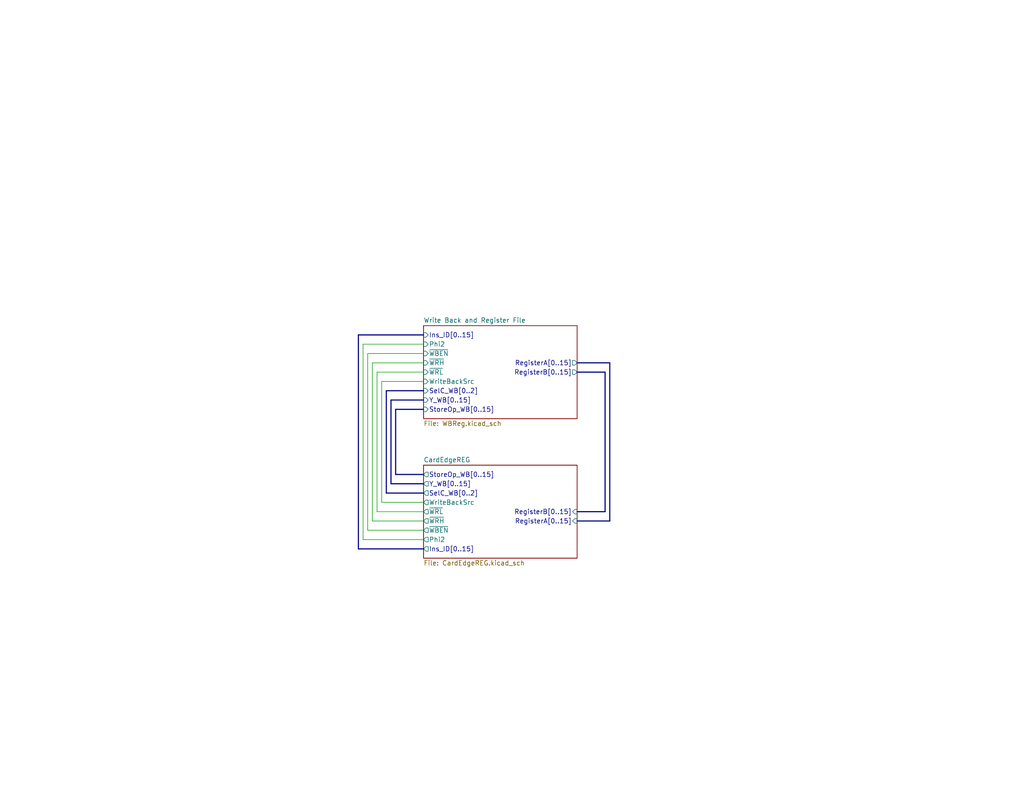
<source format=kicad_sch>
(kicad_sch
	(version 20250114)
	(generator "eeschema")
	(generator_version "9.0")
	(uuid "6c5cb52f-f47e-48fe-bc5d-becbd5c588d3")
	(paper "USLetter")
	(title_block
		(date "2025-07-01")
		(rev "A")
	)
	(lib_symbols)
	(wire
		(pts
			(xy 101.6 142.24) (xy 101.6 99.06)
		)
		(stroke
			(width 0)
			(type default)
		)
		(uuid "0ba946e4-14de-4f7f-82d6-83e138895afd")
	)
	(wire
		(pts
			(xy 99.06 93.98) (xy 115.57 93.98)
		)
		(stroke
			(width 0)
			(type default)
		)
		(uuid "11bcea1f-3a95-477b-9d08-ec6d8906ff44")
	)
	(bus
		(pts
			(xy 157.48 101.6) (xy 165.1 101.6)
		)
		(stroke
			(width 0)
			(type default)
		)
		(uuid "1ae5a58f-460c-49d1-a0c5-2442fb4edada")
	)
	(bus
		(pts
			(xy 115.57 132.08) (xy 106.68 132.08)
		)
		(stroke
			(width 0)
			(type default)
		)
		(uuid "1e5462fc-6a7e-40c3-a928-6bb2066f936a")
	)
	(bus
		(pts
			(xy 105.41 134.62) (xy 115.57 134.62)
		)
		(stroke
			(width 0)
			(type default)
		)
		(uuid "2afd2ecd-c6a8-4efa-a4fd-f00b1bc436c6")
	)
	(bus
		(pts
			(xy 106.68 132.08) (xy 106.68 109.22)
		)
		(stroke
			(width 0)
			(type default)
		)
		(uuid "2cad0fa2-a8ff-4e26-9a9b-62dd0b06509b")
	)
	(bus
		(pts
			(xy 97.79 149.86) (xy 115.57 149.86)
		)
		(stroke
			(width 0)
			(type default)
		)
		(uuid "309eeb76-4d4c-4a5f-a62f-6ef036a23d83")
	)
	(bus
		(pts
			(xy 165.1 101.6) (xy 165.1 139.7)
		)
		(stroke
			(width 0)
			(type default)
		)
		(uuid "3779ccdd-faf9-426a-a5b6-07197584beaa")
	)
	(bus
		(pts
			(xy 105.41 106.68) (xy 105.41 134.62)
		)
		(stroke
			(width 0)
			(type default)
		)
		(uuid "399907ad-84c7-47d9-a75c-906830275e18")
	)
	(bus
		(pts
			(xy 115.57 91.44) (xy 97.79 91.44)
		)
		(stroke
			(width 0)
			(type default)
		)
		(uuid "492c0c43-9439-4706-9342-2c576347aa8a")
	)
	(wire
		(pts
			(xy 102.87 139.7) (xy 115.57 139.7)
		)
		(stroke
			(width 0)
			(type default)
		)
		(uuid "4a6f2a88-7c0c-485f-b641-92c9ecbbc2fb")
	)
	(bus
		(pts
			(xy 107.95 111.76) (xy 115.57 111.76)
		)
		(stroke
			(width 0)
			(type default)
		)
		(uuid "521c3e91-60b4-43d1-aac2-c5e33a25e8d0")
	)
	(wire
		(pts
			(xy 101.6 99.06) (xy 115.57 99.06)
		)
		(stroke
			(width 0)
			(type default)
		)
		(uuid "5abc0771-485e-444a-bf42-15a75f07073a")
	)
	(wire
		(pts
			(xy 100.33 96.52) (xy 100.33 144.78)
		)
		(stroke
			(width 0)
			(type default)
		)
		(uuid "5b86e7f7-e787-45ee-9342-579ef0967293")
	)
	(bus
		(pts
			(xy 115.57 106.68) (xy 105.41 106.68)
		)
		(stroke
			(width 0)
			(type default)
		)
		(uuid "5c5039af-b698-40cd-bd9c-a10dad0c2a27")
	)
	(bus
		(pts
			(xy 107.95 129.54) (xy 107.95 111.76)
		)
		(stroke
			(width 0)
			(type default)
		)
		(uuid "5e6374e0-9556-432e-bb53-1a77d7e29cef")
	)
	(wire
		(pts
			(xy 102.87 101.6) (xy 102.87 139.7)
		)
		(stroke
			(width 0)
			(type default)
		)
		(uuid "7a0b9533-fe47-4965-abb2-8fe923c03e6e")
	)
	(wire
		(pts
			(xy 115.57 142.24) (xy 101.6 142.24)
		)
		(stroke
			(width 0)
			(type default)
		)
		(uuid "7f98ffe6-0a37-49f2-a30f-b210f400c2bb")
	)
	(bus
		(pts
			(xy 106.68 109.22) (xy 115.57 109.22)
		)
		(stroke
			(width 0)
			(type default)
		)
		(uuid "7fc94621-9dda-4452-9c27-e9124fbdeb4e")
	)
	(wire
		(pts
			(xy 115.57 101.6) (xy 102.87 101.6)
		)
		(stroke
			(width 0)
			(type default)
		)
		(uuid "80b029f8-c0e9-448b-bc0e-d2eb2cefaee8")
	)
	(bus
		(pts
			(xy 166.37 142.24) (xy 166.37 99.06)
		)
		(stroke
			(width 0)
			(type default)
		)
		(uuid "84fe0cda-1a83-4172-a8f8-45811dafbc06")
	)
	(wire
		(pts
			(xy 115.57 137.16) (xy 104.14 137.16)
		)
		(stroke
			(width 0)
			(type default)
		)
		(uuid "958fe81d-f760-4d4b-bbd1-44a504de0a3e")
	)
	(bus
		(pts
			(xy 115.57 129.54) (xy 107.95 129.54)
		)
		(stroke
			(width 0)
			(type default)
		)
		(uuid "aaa3f90b-1bca-47a4-9f23-b2ddd788ca59")
	)
	(bus
		(pts
			(xy 165.1 139.7) (xy 157.48 139.7)
		)
		(stroke
			(width 0)
			(type default)
		)
		(uuid "ad33ce1c-ec28-4904-b4c1-da24fc015cd9")
	)
	(wire
		(pts
			(xy 104.14 137.16) (xy 104.14 104.14)
		)
		(stroke
			(width 0)
			(type default)
		)
		(uuid "aeeebecb-59f9-43d1-906d-24e9daa67225")
	)
	(bus
		(pts
			(xy 97.79 91.44) (xy 97.79 149.86)
		)
		(stroke
			(width 0)
			(type default)
		)
		(uuid "bd02c246-4a9a-47b2-bc67-71075450dc93")
	)
	(bus
		(pts
			(xy 166.37 99.06) (xy 157.48 99.06)
		)
		(stroke
			(width 0)
			(type default)
		)
		(uuid "d1836b61-51d4-4a45-99e9-0a742bf18d5d")
	)
	(wire
		(pts
			(xy 104.14 104.14) (xy 115.57 104.14)
		)
		(stroke
			(width 0)
			(type default)
		)
		(uuid "d5f6589e-2ce3-40ad-985d-fbc8fb523a7d")
	)
	(wire
		(pts
			(xy 115.57 96.52) (xy 100.33 96.52)
		)
		(stroke
			(width 0)
			(type default)
		)
		(uuid "d9191063-ff01-4bfc-8389-f1b741f9d2c0")
	)
	(bus
		(pts
			(xy 157.48 142.24) (xy 166.37 142.24)
		)
		(stroke
			(width 0)
			(type default)
		)
		(uuid "dbff22b1-4905-4926-a26d-9f20b19c6fb4")
	)
	(wire
		(pts
			(xy 100.33 144.78) (xy 115.57 144.78)
		)
		(stroke
			(width 0)
			(type default)
		)
		(uuid "e7c09d8f-8f24-428d-85e8-63589ce099fc")
	)
	(wire
		(pts
			(xy 99.06 147.32) (xy 99.06 93.98)
		)
		(stroke
			(width 0)
			(type default)
		)
		(uuid "ef42590d-35b3-44a2-aaa9-ca9096ae13b1")
	)
	(wire
		(pts
			(xy 115.57 147.32) (xy 99.06 147.32)
		)
		(stroke
			(width 0)
			(type default)
		)
		(uuid "f4e92719-cb26-4cdf-9868-64cdcd5ebf8a")
	)
	(sheet
		(at 115.57 127)
		(size 41.91 25.4)
		(exclude_from_sim no)
		(in_bom yes)
		(on_board yes)
		(dnp no)
		(fields_autoplaced yes)
		(stroke
			(width 0.1524)
			(type solid)
		)
		(fill
			(color 0 0 0 0.0000)
		)
		(uuid "4f5e225e-ac5f-40e0-8a00-719144d14880")
		(property "Sheetname" "CardEdgeREG"
			(at 115.57 126.2884 0)
			(effects
				(font
					(size 1.27 1.27)
				)
				(justify left bottom)
			)
		)
		(property "Sheetfile" "CardEdgeREG.kicad_sch"
			(at 115.57 152.9846 0)
			(effects
				(font
					(size 1.27 1.27)
				)
				(justify left top)
			)
		)
		(pin "Ins_ID[0..15]" output
			(at 115.57 149.86 180)
			(uuid "3aebf550-2807-44fa-bc91-d70d4976d8fd")
			(effects
				(font
					(size 1.27 1.27)
				)
				(justify left)
			)
		)
		(pin "Phi2" output
			(at 115.57 147.32 180)
			(uuid "a3b25212-a8a4-40c6-8efe-f3075762b29c")
			(effects
				(font
					(size 1.27 1.27)
				)
				(justify left)
			)
		)
		(pin "RegisterA[0..15]" input
			(at 157.48 142.24 0)
			(uuid "28ff719f-23a8-49ba-85ef-e8c84bb77b0e")
			(effects
				(font
					(size 1.27 1.27)
				)
				(justify right)
			)
		)
		(pin "RegisterB[0..15]" input
			(at 157.48 139.7 0)
			(uuid "f9cc0d3a-7d7b-40d3-ac30-17920be31355")
			(effects
				(font
					(size 1.27 1.27)
				)
				(justify right)
			)
		)
		(pin "SelC_WB[0..2]" output
			(at 115.57 134.62 180)
			(uuid "ed2808db-46a7-4a54-b39a-205d84118fcd")
			(effects
				(font
					(size 1.27 1.27)
				)
				(justify left)
			)
		)
		(pin "StoreOp_WB[0..15]" output
			(at 115.57 129.54 180)
			(uuid "c2f20f58-fdf0-445f-8b02-9db04c41aae4")
			(effects
				(font
					(size 1.27 1.27)
				)
				(justify left)
			)
		)
		(pin "WriteBackSrc" output
			(at 115.57 137.16 180)
			(uuid "a9938029-782f-41e2-8678-912f655fc24e")
			(effects
				(font
					(size 1.27 1.27)
				)
				(justify left)
			)
		)
		(pin "Y_WB[0..15]" output
			(at 115.57 132.08 180)
			(uuid "d9f7c708-3104-405f-b61a-d5bb99106a59")
			(effects
				(font
					(size 1.27 1.27)
				)
				(justify left)
			)
		)
		(pin "~{WBEN}" output
			(at 115.57 144.78 180)
			(uuid "2b6c56ff-5ad0-46b9-b85c-2e2cd09c1918")
			(effects
				(font
					(size 1.27 1.27)
				)
				(justify left)
			)
		)
		(pin "~{WRH}" output
			(at 115.57 142.24 180)
			(uuid "ad98c655-7e1c-4dd4-9f44-6b2a97e809ea")
			(effects
				(font
					(size 1.27 1.27)
				)
				(justify left)
			)
		)
		(pin "~{WRL}" output
			(at 115.57 139.7 180)
			(uuid "cc9fd247-d253-4635-acb8-1cbfc29800bd")
			(effects
				(font
					(size 1.27 1.27)
				)
				(justify left)
			)
		)
		(instances
			(project "RegisterFileModule"
				(path "/6c5cb52f-f47e-48fe-bc5d-becbd5c588d3"
					(page "5")
				)
			)
		)
	)
	(sheet
		(at 115.57 88.9)
		(size 41.91 25.4)
		(exclude_from_sim no)
		(in_bom yes)
		(on_board yes)
		(dnp no)
		(fields_autoplaced yes)
		(stroke
			(width 0.1524)
			(type solid)
		)
		(fill
			(color 0 0 0 0.0000)
		)
		(uuid "7ea471aa-b409-45f6-8207-8d4b8300d145")
		(property "Sheetname" "Write Back and Register File"
			(at 115.57 88.1884 0)
			(effects
				(font
					(size 1.27 1.27)
				)
				(justify left bottom)
			)
		)
		(property "Sheetfile" "WBReg.kicad_sch"
			(at 115.57 114.8846 0)
			(effects
				(font
					(size 1.27 1.27)
				)
				(justify left top)
			)
		)
		(pin "~{WRL}" input
			(at 115.57 101.6 180)
			(uuid "0409ee89-2da3-4f39-95e7-547599ea9b2e")
			(effects
				(font
					(size 1.27 1.27)
				)
				(justify left)
			)
		)
		(pin "~{WBEN}" input
			(at 115.57 96.52 180)
			(uuid "cf1a6eee-9406-40e8-adee-6df8692247c1")
			(effects
				(font
					(size 1.27 1.27)
				)
				(justify left)
			)
		)
		(pin "StoreOp_WB[0..15]" input
			(at 115.57 111.76 180)
			(uuid "dedbf36e-1c66-45a9-b9ac-b6cc8b6103a8")
			(effects
				(font
					(size 1.27 1.27)
				)
				(justify left)
			)
		)
		(pin "Y_WB[0..15]" input
			(at 115.57 109.22 180)
			(uuid "4514b74d-33ce-4e24-af12-256436de86ac")
			(effects
				(font
					(size 1.27 1.27)
				)
				(justify left)
			)
		)
		(pin "WriteBackSrc" input
			(at 115.57 104.14 180)
			(uuid "a741a8e2-3d94-4f93-a3ed-f550389a5677")
			(effects
				(font
					(size 1.27 1.27)
				)
				(justify left)
			)
		)
		(pin "SelC_WB[0..2]" input
			(at 115.57 106.68 180)
			(uuid "91b7e6a7-6f6a-4421-b9ae-2aa625a7c302")
			(effects
				(font
					(size 1.27 1.27)
				)
				(justify left)
			)
		)
		(pin "Ins_ID[0..15]" input
			(at 115.57 91.44 180)
			(uuid "3a9b634c-382e-436f-bd72-56b19f49b5cf")
			(effects
				(font
					(size 1.27 1.27)
				)
				(justify left)
			)
		)
		(pin "~{WRH}" input
			(at 115.57 99.06 180)
			(uuid "b1deef07-8203-420e-8b32-e0ddca01d05f")
			(effects
				(font
					(size 1.27 1.27)
				)
				(justify left)
			)
		)
		(pin "RegisterA[0..15]" output
			(at 157.48 99.06 0)
			(uuid "cb4ed933-6595-4684-946f-a84cc53f3b56")
			(effects
				(font
					(size 1.27 1.27)
				)
				(justify right)
			)
		)
		(pin "RegisterB[0..15]" output
			(at 157.48 101.6 0)
			(uuid "cb81aae3-fdaf-452e-a279-af3a0bb8ea9d")
			(effects
				(font
					(size 1.27 1.27)
				)
				(justify right)
			)
		)
		(pin "Phi2" input
			(at 115.57 93.98 180)
			(uuid "04216e43-5178-45f3-8fc9-cc024a6a37c3")
			(effects
				(font
					(size 1.27 1.27)
				)
				(justify left)
			)
		)
		(instances
			(project "MainBoard"
				(path "/83c5181e-f5ee-453c-ae5c-d7256ba8837d/1a78a7cb-4b7c-49f5-83d0-cd7a87376a8e"
					(page "7")
				)
			)
			(project "RegisterFileModule"
				(path "/6c5cb52f-f47e-48fe-bc5d-becbd5c588d3"
					(page "2")
				)
			)
		)
	)
	(sheet_instances
		(path "/"
			(page "1")
		)
	)
	(embedded_fonts no)
)

</source>
